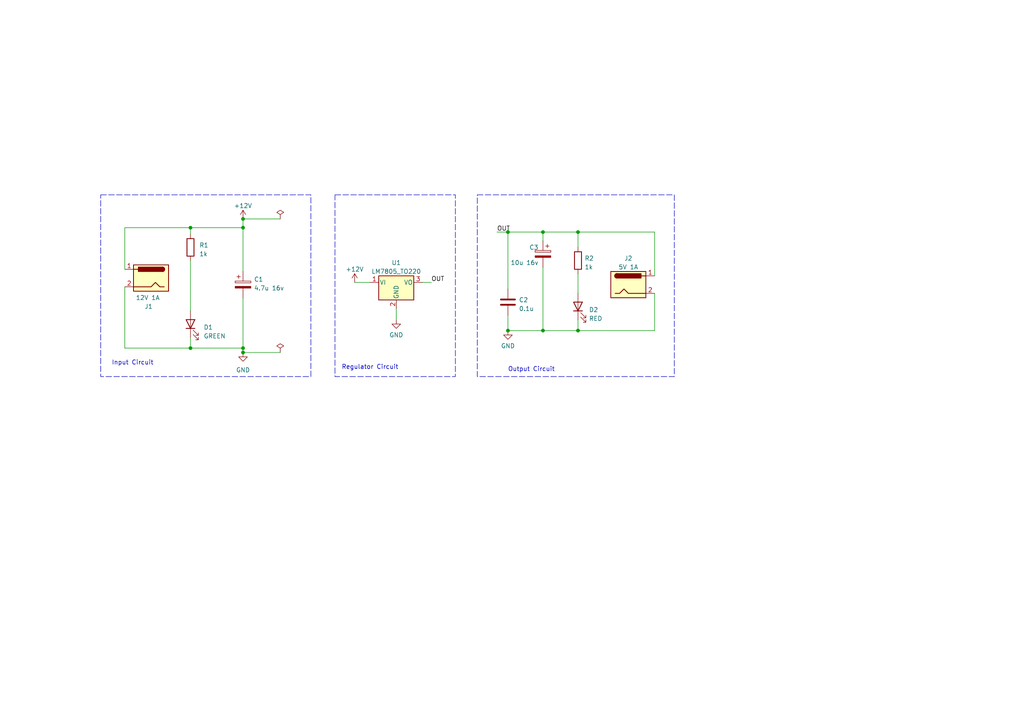
<source format=kicad_sch>
(kicad_sch (version 20230121) (generator eeschema)

  (uuid c6c0cf81-442c-4b43-af2b-dd7c9d5855ee)

  (paper "A4")

  (lib_symbols
    (symbol "Connector:Jack-DC" (pin_names (offset 1.016)) (in_bom yes) (on_board yes)
      (property "Reference" "J" (at 0 5.334 0)
        (effects (font (size 1.27 1.27)))
      )
      (property "Value" "Jack-DC" (at 0 -5.08 0)
        (effects (font (size 1.27 1.27)))
      )
      (property "Footprint" "" (at 1.27 -1.016 0)
        (effects (font (size 1.27 1.27)) hide)
      )
      (property "Datasheet" "~" (at 1.27 -1.016 0)
        (effects (font (size 1.27 1.27)) hide)
      )
      (property "ki_keywords" "DC power barrel jack connector" (at 0 0 0)
        (effects (font (size 1.27 1.27)) hide)
      )
      (property "ki_description" "DC Barrel Jack" (at 0 0 0)
        (effects (font (size 1.27 1.27)) hide)
      )
      (property "ki_fp_filters" "BarrelJack*" (at 0 0 0)
        (effects (font (size 1.27 1.27)) hide)
      )
      (symbol "Jack-DC_0_1"
        (rectangle (start -5.08 3.81) (end 5.08 -3.81)
          (stroke (width 0.254) (type default))
          (fill (type background))
        )
        (arc (start -3.302 3.175) (mid -3.9343 2.54) (end -3.302 1.905)
          (stroke (width 0.254) (type default))
          (fill (type none))
        )
        (arc (start -3.302 3.175) (mid -3.9343 2.54) (end -3.302 1.905)
          (stroke (width 0.254) (type default))
          (fill (type outline))
        )
        (polyline
          (pts
            (xy 5.08 2.54)
            (xy 3.81 2.54)
          )
          (stroke (width 0.254) (type default))
          (fill (type none))
        )
        (polyline
          (pts
            (xy -3.81 -2.54)
            (xy -2.54 -2.54)
            (xy -1.27 -1.27)
            (xy 0 -2.54)
            (xy 2.54 -2.54)
            (xy 5.08 -2.54)
          )
          (stroke (width 0.254) (type default))
          (fill (type none))
        )
        (rectangle (start 3.683 3.175) (end -3.302 1.905)
          (stroke (width 0.254) (type default))
          (fill (type outline))
        )
      )
      (symbol "Jack-DC_1_1"
        (pin passive line (at 7.62 2.54 180) (length 2.54)
          (name "~" (effects (font (size 1.27 1.27))))
          (number "1" (effects (font (size 1.27 1.27))))
        )
        (pin passive line (at 7.62 -2.54 180) (length 2.54)
          (name "~" (effects (font (size 1.27 1.27))))
          (number "2" (effects (font (size 1.27 1.27))))
        )
      )
    )
    (symbol "Device:C" (pin_numbers hide) (pin_names (offset 0.254)) (in_bom yes) (on_board yes)
      (property "Reference" "C" (at 0.635 2.54 0)
        (effects (font (size 1.27 1.27)) (justify left))
      )
      (property "Value" "C" (at 0.635 -2.54 0)
        (effects (font (size 1.27 1.27)) (justify left))
      )
      (property "Footprint" "" (at 0.9652 -3.81 0)
        (effects (font (size 1.27 1.27)) hide)
      )
      (property "Datasheet" "~" (at 0 0 0)
        (effects (font (size 1.27 1.27)) hide)
      )
      (property "ki_keywords" "cap capacitor" (at 0 0 0)
        (effects (font (size 1.27 1.27)) hide)
      )
      (property "ki_description" "Unpolarized capacitor" (at 0 0 0)
        (effects (font (size 1.27 1.27)) hide)
      )
      (property "ki_fp_filters" "C_*" (at 0 0 0)
        (effects (font (size 1.27 1.27)) hide)
      )
      (symbol "C_0_1"
        (polyline
          (pts
            (xy -2.032 -0.762)
            (xy 2.032 -0.762)
          )
          (stroke (width 0.508) (type default))
          (fill (type none))
        )
        (polyline
          (pts
            (xy -2.032 0.762)
            (xy 2.032 0.762)
          )
          (stroke (width 0.508) (type default))
          (fill (type none))
        )
      )
      (symbol "C_1_1"
        (pin passive line (at 0 3.81 270) (length 2.794)
          (name "~" (effects (font (size 1.27 1.27))))
          (number "1" (effects (font (size 1.27 1.27))))
        )
        (pin passive line (at 0 -3.81 90) (length 2.794)
          (name "~" (effects (font (size 1.27 1.27))))
          (number "2" (effects (font (size 1.27 1.27))))
        )
      )
    )
    (symbol "Device:C_Polarized" (pin_numbers hide) (pin_names (offset 0.254)) (in_bom yes) (on_board yes)
      (property "Reference" "C" (at 0.635 2.54 0)
        (effects (font (size 1.27 1.27)) (justify left))
      )
      (property "Value" "C_Polarized" (at 0.635 -2.54 0)
        (effects (font (size 1.27 1.27)) (justify left))
      )
      (property "Footprint" "" (at 0.9652 -3.81 0)
        (effects (font (size 1.27 1.27)) hide)
      )
      (property "Datasheet" "~" (at 0 0 0)
        (effects (font (size 1.27 1.27)) hide)
      )
      (property "ki_keywords" "cap capacitor" (at 0 0 0)
        (effects (font (size 1.27 1.27)) hide)
      )
      (property "ki_description" "Polarized capacitor" (at 0 0 0)
        (effects (font (size 1.27 1.27)) hide)
      )
      (property "ki_fp_filters" "CP_*" (at 0 0 0)
        (effects (font (size 1.27 1.27)) hide)
      )
      (symbol "C_Polarized_0_1"
        (rectangle (start -2.286 0.508) (end 2.286 1.016)
          (stroke (width 0) (type default))
          (fill (type none))
        )
        (polyline
          (pts
            (xy -1.778 2.286)
            (xy -0.762 2.286)
          )
          (stroke (width 0) (type default))
          (fill (type none))
        )
        (polyline
          (pts
            (xy -1.27 2.794)
            (xy -1.27 1.778)
          )
          (stroke (width 0) (type default))
          (fill (type none))
        )
        (rectangle (start 2.286 -0.508) (end -2.286 -1.016)
          (stroke (width 0) (type default))
          (fill (type outline))
        )
      )
      (symbol "C_Polarized_1_1"
        (pin passive line (at 0 3.81 270) (length 2.794)
          (name "~" (effects (font (size 1.27 1.27))))
          (number "1" (effects (font (size 1.27 1.27))))
        )
        (pin passive line (at 0 -3.81 90) (length 2.794)
          (name "~" (effects (font (size 1.27 1.27))))
          (number "2" (effects (font (size 1.27 1.27))))
        )
      )
    )
    (symbol "Device:LED" (pin_numbers hide) (pin_names (offset 1.016) hide) (in_bom yes) (on_board yes)
      (property "Reference" "D" (at 0 2.54 0)
        (effects (font (size 1.27 1.27)))
      )
      (property "Value" "LED" (at 0 -2.54 0)
        (effects (font (size 1.27 1.27)))
      )
      (property "Footprint" "" (at 0 0 0)
        (effects (font (size 1.27 1.27)) hide)
      )
      (property "Datasheet" "~" (at 0 0 0)
        (effects (font (size 1.27 1.27)) hide)
      )
      (property "ki_keywords" "LED diode" (at 0 0 0)
        (effects (font (size 1.27 1.27)) hide)
      )
      (property "ki_description" "Light emitting diode" (at 0 0 0)
        (effects (font (size 1.27 1.27)) hide)
      )
      (property "ki_fp_filters" "LED* LED_SMD:* LED_THT:*" (at 0 0 0)
        (effects (font (size 1.27 1.27)) hide)
      )
      (symbol "LED_0_1"
        (polyline
          (pts
            (xy -1.27 -1.27)
            (xy -1.27 1.27)
          )
          (stroke (width 0.254) (type default))
          (fill (type none))
        )
        (polyline
          (pts
            (xy -1.27 0)
            (xy 1.27 0)
          )
          (stroke (width 0) (type default))
          (fill (type none))
        )
        (polyline
          (pts
            (xy 1.27 -1.27)
            (xy 1.27 1.27)
            (xy -1.27 0)
            (xy 1.27 -1.27)
          )
          (stroke (width 0.254) (type default))
          (fill (type none))
        )
        (polyline
          (pts
            (xy -3.048 -0.762)
            (xy -4.572 -2.286)
            (xy -3.81 -2.286)
            (xy -4.572 -2.286)
            (xy -4.572 -1.524)
          )
          (stroke (width 0) (type default))
          (fill (type none))
        )
        (polyline
          (pts
            (xy -1.778 -0.762)
            (xy -3.302 -2.286)
            (xy -2.54 -2.286)
            (xy -3.302 -2.286)
            (xy -3.302 -1.524)
          )
          (stroke (width 0) (type default))
          (fill (type none))
        )
      )
      (symbol "LED_1_1"
        (pin passive line (at -3.81 0 0) (length 2.54)
          (name "K" (effects (font (size 1.27 1.27))))
          (number "1" (effects (font (size 1.27 1.27))))
        )
        (pin passive line (at 3.81 0 180) (length 2.54)
          (name "A" (effects (font (size 1.27 1.27))))
          (number "2" (effects (font (size 1.27 1.27))))
        )
      )
    )
    (symbol "Device:R" (pin_numbers hide) (pin_names (offset 0)) (in_bom yes) (on_board yes)
      (property "Reference" "R" (at 2.032 0 90)
        (effects (font (size 1.27 1.27)))
      )
      (property "Value" "R" (at 0 0 90)
        (effects (font (size 1.27 1.27)))
      )
      (property "Footprint" "" (at -1.778 0 90)
        (effects (font (size 1.27 1.27)) hide)
      )
      (property "Datasheet" "~" (at 0 0 0)
        (effects (font (size 1.27 1.27)) hide)
      )
      (property "ki_keywords" "R res resistor" (at 0 0 0)
        (effects (font (size 1.27 1.27)) hide)
      )
      (property "ki_description" "Resistor" (at 0 0 0)
        (effects (font (size 1.27 1.27)) hide)
      )
      (property "ki_fp_filters" "R_*" (at 0 0 0)
        (effects (font (size 1.27 1.27)) hide)
      )
      (symbol "R_0_1"
        (rectangle (start -1.016 -2.54) (end 1.016 2.54)
          (stroke (width 0.254) (type default))
          (fill (type none))
        )
      )
      (symbol "R_1_1"
        (pin passive line (at 0 3.81 270) (length 1.27)
          (name "~" (effects (font (size 1.27 1.27))))
          (number "1" (effects (font (size 1.27 1.27))))
        )
        (pin passive line (at 0 -3.81 90) (length 1.27)
          (name "~" (effects (font (size 1.27 1.27))))
          (number "2" (effects (font (size 1.27 1.27))))
        )
      )
    )
    (symbol "Regulator_Linear:LM7805_TO220" (pin_names (offset 0.254)) (in_bom yes) (on_board yes)
      (property "Reference" "U" (at -3.81 3.175 0)
        (effects (font (size 1.27 1.27)))
      )
      (property "Value" "LM7805_TO220" (at 0 3.175 0)
        (effects (font (size 1.27 1.27)) (justify left))
      )
      (property "Footprint" "Package_TO_SOT_THT:TO-220-3_Vertical" (at 0 5.715 0)
        (effects (font (size 1.27 1.27) italic) hide)
      )
      (property "Datasheet" "https://www.onsemi.cn/PowerSolutions/document/MC7800-D.PDF" (at 0 -1.27 0)
        (effects (font (size 1.27 1.27)) hide)
      )
      (property "ki_keywords" "Voltage Regulator 1A Positive" (at 0 0 0)
        (effects (font (size 1.27 1.27)) hide)
      )
      (property "ki_description" "Positive 1A 35V Linear Regulator, Fixed Output 5V, TO-220" (at 0 0 0)
        (effects (font (size 1.27 1.27)) hide)
      )
      (property "ki_fp_filters" "TO?220*" (at 0 0 0)
        (effects (font (size 1.27 1.27)) hide)
      )
      (symbol "LM7805_TO220_0_1"
        (rectangle (start -5.08 1.905) (end 5.08 -5.08)
          (stroke (width 0.254) (type default))
          (fill (type background))
        )
      )
      (symbol "LM7805_TO220_1_1"
        (pin power_in line (at -7.62 0 0) (length 2.54)
          (name "VI" (effects (font (size 1.27 1.27))))
          (number "1" (effects (font (size 1.27 1.27))))
        )
        (pin power_in line (at 0 -7.62 90) (length 2.54)
          (name "GND" (effects (font (size 1.27 1.27))))
          (number "2" (effects (font (size 1.27 1.27))))
        )
        (pin power_out line (at 7.62 0 180) (length 2.54)
          (name "VO" (effects (font (size 1.27 1.27))))
          (number "3" (effects (font (size 1.27 1.27))))
        )
      )
    )
    (symbol "power:+12V" (power) (pin_names (offset 0)) (in_bom yes) (on_board yes)
      (property "Reference" "#PWR" (at 0 -3.81 0)
        (effects (font (size 1.27 1.27)) hide)
      )
      (property "Value" "+12V" (at 0 3.556 0)
        (effects (font (size 1.27 1.27)))
      )
      (property "Footprint" "" (at 0 0 0)
        (effects (font (size 1.27 1.27)) hide)
      )
      (property "Datasheet" "" (at 0 0 0)
        (effects (font (size 1.27 1.27)) hide)
      )
      (property "ki_keywords" "global power" (at 0 0 0)
        (effects (font (size 1.27 1.27)) hide)
      )
      (property "ki_description" "Power symbol creates a global label with name \"+12V\"" (at 0 0 0)
        (effects (font (size 1.27 1.27)) hide)
      )
      (symbol "+12V_0_1"
        (polyline
          (pts
            (xy -0.762 1.27)
            (xy 0 2.54)
          )
          (stroke (width 0) (type default))
          (fill (type none))
        )
        (polyline
          (pts
            (xy 0 0)
            (xy 0 2.54)
          )
          (stroke (width 0) (type default))
          (fill (type none))
        )
        (polyline
          (pts
            (xy 0 2.54)
            (xy 0.762 1.27)
          )
          (stroke (width 0) (type default))
          (fill (type none))
        )
      )
      (symbol "+12V_1_1"
        (pin power_in line (at 0 0 90) (length 0) hide
          (name "+12V" (effects (font (size 1.27 1.27))))
          (number "1" (effects (font (size 1.27 1.27))))
        )
      )
    )
    (symbol "power:GND" (power) (pin_names (offset 0)) (in_bom yes) (on_board yes)
      (property "Reference" "#PWR" (at 0 -6.35 0)
        (effects (font (size 1.27 1.27)) hide)
      )
      (property "Value" "GND" (at 0 -3.81 0)
        (effects (font (size 1.27 1.27)))
      )
      (property "Footprint" "" (at 0 0 0)
        (effects (font (size 1.27 1.27)) hide)
      )
      (property "Datasheet" "" (at 0 0 0)
        (effects (font (size 1.27 1.27)) hide)
      )
      (property "ki_keywords" "global power" (at 0 0 0)
        (effects (font (size 1.27 1.27)) hide)
      )
      (property "ki_description" "Power symbol creates a global label with name \"GND\" , ground" (at 0 0 0)
        (effects (font (size 1.27 1.27)) hide)
      )
      (symbol "GND_0_1"
        (polyline
          (pts
            (xy 0 0)
            (xy 0 -1.27)
            (xy 1.27 -1.27)
            (xy 0 -2.54)
            (xy -1.27 -1.27)
            (xy 0 -1.27)
          )
          (stroke (width 0) (type default))
          (fill (type none))
        )
      )
      (symbol "GND_1_1"
        (pin power_in line (at 0 0 270) (length 0) hide
          (name "GND" (effects (font (size 1.27 1.27))))
          (number "1" (effects (font (size 1.27 1.27))))
        )
      )
    )
    (symbol "power:PWR_FLAG" (power) (pin_numbers hide) (pin_names (offset 0) hide) (in_bom yes) (on_board yes)
      (property "Reference" "#FLG" (at 0 1.905 0)
        (effects (font (size 1.27 1.27)) hide)
      )
      (property "Value" "PWR_FLAG" (at 0 3.81 0)
        (effects (font (size 1.27 1.27)))
      )
      (property "Footprint" "" (at 0 0 0)
        (effects (font (size 1.27 1.27)) hide)
      )
      (property "Datasheet" "~" (at 0 0 0)
        (effects (font (size 1.27 1.27)) hide)
      )
      (property "ki_keywords" "flag power" (at 0 0 0)
        (effects (font (size 1.27 1.27)) hide)
      )
      (property "ki_description" "Special symbol for telling ERC where power comes from" (at 0 0 0)
        (effects (font (size 1.27 1.27)) hide)
      )
      (symbol "PWR_FLAG_0_0"
        (pin power_out line (at 0 0 90) (length 0)
          (name "pwr" (effects (font (size 1.27 1.27))))
          (number "1" (effects (font (size 1.27 1.27))))
        )
      )
      (symbol "PWR_FLAG_0_1"
        (polyline
          (pts
            (xy 0 0)
            (xy 0 1.27)
            (xy -1.016 1.905)
            (xy 0 2.54)
            (xy 1.016 1.905)
            (xy 0 1.27)
          )
          (stroke (width 0) (type default))
          (fill (type none))
        )
      )
    )
  )

  (junction (at 167.64 67.31) (diameter 0) (color 0 0 0 0)
    (uuid 0dbedb7f-16e8-499e-a3ea-49e1546056a5)
  )
  (junction (at 70.485 63.5) (diameter 0) (color 0 0 0 0)
    (uuid 2592697e-b2be-4c66-8501-6eb3f4bdc72e)
  )
  (junction (at 147.32 95.885) (diameter 0) (color 0 0 0 0)
    (uuid 2d30dea3-e96a-473e-abe8-30f46d3429fa)
  )
  (junction (at 55.245 100.965) (diameter 0) (color 0 0 0 0)
    (uuid 32a802da-0a51-417c-80be-320809934720)
  )
  (junction (at 70.485 100.965) (diameter 0) (color 0 0 0 0)
    (uuid 595e08c5-6731-419d-b426-4bcb33d042ae)
  )
  (junction (at 70.485 102.235) (diameter 0) (color 0 0 0 0)
    (uuid 67a32f2d-7686-40be-bf69-adbc9e970eb6)
  )
  (junction (at 147.32 67.31) (diameter 0) (color 0 0 0 0)
    (uuid 6f499c0e-88d3-44bc-8d4e-02588da8f8fb)
  )
  (junction (at 157.48 67.31) (diameter 0) (color 0 0 0 0)
    (uuid 77621677-221d-43b6-af49-15aa68c0a2fb)
  )
  (junction (at 167.64 95.885) (diameter 0) (color 0 0 0 0)
    (uuid ab8bb1c0-bd45-4e7c-8593-96cfd3003198)
  )
  (junction (at 70.485 66.04) (diameter 0) (color 0 0 0 0)
    (uuid d627e86f-a092-42a4-97eb-37b4cc6b3ddc)
  )
  (junction (at 157.48 95.885) (diameter 0) (color 0 0 0 0)
    (uuid f8f2deba-c07d-40e5-9fa3-dca317f60297)
  )
  (junction (at 55.245 66.04) (diameter 0) (color 0 0 0 0)
    (uuid fb928074-9d15-4da2-9e84-77071c89dd0f)
  )

  (wire (pts (xy 122.555 81.915) (xy 125.095 81.915))
    (stroke (width 0) (type default))
    (uuid 09a337b7-84b0-4e1e-b53b-85e560d8be7a)
  )
  (wire (pts (xy 157.48 67.31) (xy 167.64 67.31))
    (stroke (width 0) (type default))
    (uuid 1d123277-f7cb-4da1-b81b-f0822f8922bf)
  )
  (wire (pts (xy 189.865 85.09) (xy 189.865 95.885))
    (stroke (width 0) (type default))
    (uuid 20dfd282-6330-448d-b60c-12182418b8dc)
  )
  (wire (pts (xy 114.935 92.71) (xy 114.935 89.535))
    (stroke (width 0) (type default))
    (uuid 2b91f56c-fee1-4ca6-81fc-39caf4b09529)
  )
  (wire (pts (xy 36.195 100.965) (xy 55.245 100.965))
    (stroke (width 0) (type default))
    (uuid 309c2d6a-c946-418c-8f8a-ec198ef95698)
  )
  (wire (pts (xy 189.865 80.01) (xy 189.865 67.31))
    (stroke (width 0) (type default))
    (uuid 32962699-e0e5-4b29-8bfb-4bd7f9ef1465)
  )
  (wire (pts (xy 144.145 67.31) (xy 147.32 67.31))
    (stroke (width 0) (type default))
    (uuid 346be4ab-0fbc-4cfe-9007-d4dc32c3a97b)
  )
  (wire (pts (xy 36.195 78.105) (xy 36.195 66.04))
    (stroke (width 0) (type default))
    (uuid 3dc38af2-9b50-40cc-9fe3-42037345946d)
  )
  (wire (pts (xy 167.64 79.375) (xy 167.64 85.09))
    (stroke (width 0) (type default))
    (uuid 419297db-d652-4ef1-a0f3-c7f4f73d549c)
  )
  (wire (pts (xy 70.485 102.235) (xy 70.485 100.965))
    (stroke (width 0) (type default))
    (uuid 550fec4b-a031-4ccf-84c1-1190c5c55bca)
  )
  (wire (pts (xy 55.245 97.79) (xy 55.245 100.965))
    (stroke (width 0) (type default))
    (uuid 596d913a-71b0-4ff7-8163-8e73a4bb916b)
  )
  (wire (pts (xy 157.48 67.31) (xy 157.48 69.85))
    (stroke (width 0) (type default))
    (uuid 6128e592-3baa-4567-b7a7-eb354ef00355)
  )
  (wire (pts (xy 55.245 67.945) (xy 55.245 66.04))
    (stroke (width 0) (type default))
    (uuid 69abe1e6-eb23-4ac5-8da3-53e0fe2e1249)
  )
  (wire (pts (xy 102.87 81.915) (xy 107.315 81.915))
    (stroke (width 0) (type default))
    (uuid 7016fdac-0071-43cb-84bb-4067472a316d)
  )
  (wire (pts (xy 55.245 100.965) (xy 70.485 100.965))
    (stroke (width 0) (type default))
    (uuid 7d945341-602a-4d88-a967-1049cff60b09)
  )
  (wire (pts (xy 147.32 95.885) (xy 157.48 95.885))
    (stroke (width 0) (type default))
    (uuid 82fa21f8-5d28-48b1-b807-df4c683d1fe4)
  )
  (wire (pts (xy 147.32 83.82) (xy 147.32 67.31))
    (stroke (width 0) (type default))
    (uuid 877cc842-6eb7-4a59-b239-05ae1d32d831)
  )
  (wire (pts (xy 70.485 63.5) (xy 70.485 66.04))
    (stroke (width 0) (type default))
    (uuid 92838f0d-0182-45e0-b894-0ee079a34632)
  )
  (wire (pts (xy 70.485 100.965) (xy 70.485 86.36))
    (stroke (width 0) (type default))
    (uuid 93e91b2c-aabf-4cbe-b413-e486e4041f79)
  )
  (wire (pts (xy 36.195 83.185) (xy 36.195 100.965))
    (stroke (width 0) (type default))
    (uuid b41ff320-fe99-4845-bfef-5ddf91a3d1fd)
  )
  (wire (pts (xy 189.865 95.885) (xy 167.64 95.885))
    (stroke (width 0) (type default))
    (uuid bf369298-39d8-4b29-90f5-ad7a655d9e4a)
  )
  (wire (pts (xy 36.195 66.04) (xy 55.245 66.04))
    (stroke (width 0) (type default))
    (uuid c1fcd4cf-5fe2-4ff0-8328-34d02c301c6b)
  )
  (wire (pts (xy 167.64 71.755) (xy 167.64 67.31))
    (stroke (width 0) (type default))
    (uuid c8b6415b-8dee-407d-a67e-13a741ff86e1)
  )
  (wire (pts (xy 147.32 67.31) (xy 157.48 67.31))
    (stroke (width 0) (type default))
    (uuid cadbfb55-a173-4b9e-9ab0-227a6c6242f3)
  )
  (wire (pts (xy 70.485 66.04) (xy 55.245 66.04))
    (stroke (width 0) (type default))
    (uuid d561a512-c798-411f-8310-3dc761cf943f)
  )
  (wire (pts (xy 70.485 102.235) (xy 81.28 102.235))
    (stroke (width 0) (type default))
    (uuid d85591ea-f54f-404a-9320-b767d94956fb)
  )
  (wire (pts (xy 55.245 75.565) (xy 55.245 90.17))
    (stroke (width 0) (type default))
    (uuid d91119d1-ac76-40e1-a94b-45240638abb3)
  )
  (wire (pts (xy 81.28 63.5) (xy 70.485 63.5))
    (stroke (width 0) (type default))
    (uuid ea3399ed-6c6b-43c2-b6ed-8eb690ac74da)
  )
  (wire (pts (xy 157.48 95.885) (xy 167.64 95.885))
    (stroke (width 0) (type default))
    (uuid ee990bd5-d13d-4642-ae40-f1451533060d)
  )
  (wire (pts (xy 157.48 77.47) (xy 157.48 95.885))
    (stroke (width 0) (type default))
    (uuid ef08adb2-ed2f-4d79-ae6a-34939498213a)
  )
  (wire (pts (xy 147.32 91.44) (xy 147.32 95.885))
    (stroke (width 0) (type default))
    (uuid f024cb1a-5676-4031-88a9-5dff6c356379)
  )
  (wire (pts (xy 189.865 67.31) (xy 167.64 67.31))
    (stroke (width 0) (type default))
    (uuid f66908f9-bb8b-4d84-b82b-9dd976b7d2fe)
  )
  (wire (pts (xy 167.64 92.71) (xy 167.64 95.885))
    (stroke (width 0) (type default))
    (uuid fb8d2aec-c0b5-49df-b598-a71297db3e59)
  )
  (wire (pts (xy 70.485 78.74) (xy 70.485 66.04))
    (stroke (width 0) (type default))
    (uuid fd8fa080-84a8-4438-a1af-e3914eccade8)
  )

  (rectangle (start 138.43 56.515) (end 195.58 109.22)
    (stroke (width 0) (type dash))
    (fill (type none))
    (uuid 600ea81d-e8c7-49d5-b589-cbaef78f3576)
  )
  (rectangle (start 97.155 56.515) (end 132.08 109.22)
    (stroke (width 0) (type dash))
    (fill (type none))
    (uuid 65e57d89-6964-4e62-bb57-537c1435b733)
  )
  (rectangle (start 29.21 56.515) (end 90.17 109.22)
    (stroke (width 0) (type dash))
    (fill (type none))
    (uuid dac7ae31-3a03-4714-91c5-0fe6aabd74bd)
  )

  (text "Output Circuit" (at 147.32 107.95 0)
    (effects (font (size 1.27 1.27)) (justify left bottom))
    (uuid 13bbf9ce-c274-4388-974e-03cbca59fd63)
  )
  (text "Regulator Circuit" (at 99.06 107.315 0)
    (effects (font (size 1.27 1.27)) (justify left bottom))
    (uuid 206bb846-eba2-4d70-b595-5ae7d88af74b)
  )
  (text "Input Circuit" (at 32.385 106.045 0)
    (effects (font (size 1.27 1.27)) (justify left bottom))
    (uuid 8c642bf0-4281-45bb-b828-4fa6bb452825)
  )

  (label "OUT" (at 144.145 67.31 0) (fields_autoplaced)
    (effects (font (size 1.27 1.27)) (justify left bottom))
    (uuid 897a010f-2497-42a9-b00a-112abb08de0f)
  )
  (label "OUT" (at 125.095 81.915 0) (fields_autoplaced)
    (effects (font (size 1.27 1.27)) (justify left bottom))
    (uuid d0f0d93f-7780-4edc-b4ef-5622d1c85732)
  )

  (symbol (lib_id "Device:LED") (at 167.64 88.9 90) (unit 1)
    (in_bom yes) (on_board yes) (dnp no) (fields_autoplaced)
    (uuid 03625348-0ddd-4d3f-882f-286df7cea35d)
    (property "Reference" "D2" (at 170.815 89.8525 90)
      (effects (font (size 1.27 1.27)) (justify right))
    )
    (property "Value" "RED" (at 170.815 92.3925 90)
      (effects (font (size 1.27 1.27)) (justify right))
    )
    (property "Footprint" "LED_THT:LED_D3.0mm" (at 167.64 88.9 0)
      (effects (font (size 1.27 1.27)) hide)
    )
    (property "Datasheet" "~" (at 167.64 88.9 0)
      (effects (font (size 1.27 1.27)) hide)
    )
    (pin "1" (uuid 71a561de-3dfe-48aa-9517-6c51a3ab6a4f))
    (pin "2" (uuid 206c7b42-26ce-4eec-b601-d5c6b778117d))
    (instances
      (project "5v Voltage Regulator"
        (path "/c6c0cf81-442c-4b43-af2b-dd7c9d5855ee"
          (reference "D2") (unit 1)
        )
      )
    )
  )

  (symbol (lib_id "power:PWR_FLAG") (at 81.28 63.5 0) (unit 1)
    (in_bom yes) (on_board yes) (dnp no) (fields_autoplaced)
    (uuid 09bd06e8-21a4-4a54-a96c-97da06a6d15a)
    (property "Reference" "#FLG01" (at 81.28 61.595 0)
      (effects (font (size 1.27 1.27)) hide)
    )
    (property "Value" "PWR_FLAG" (at 81.28 59.69 0)
      (effects (font (size 1.27 1.27)) hide)
    )
    (property "Footprint" "" (at 81.28 63.5 0)
      (effects (font (size 1.27 1.27)) hide)
    )
    (property "Datasheet" "~" (at 81.28 63.5 0)
      (effects (font (size 1.27 1.27)) hide)
    )
    (pin "1" (uuid 7cb21a8b-6678-42f2-be13-ba5c60da8202))
    (instances
      (project "5v Voltage Regulator"
        (path "/c6c0cf81-442c-4b43-af2b-dd7c9d5855ee"
          (reference "#FLG01") (unit 1)
        )
      )
    )
  )

  (symbol (lib_id "power:GND") (at 70.485 102.235 0) (unit 1)
    (in_bom yes) (on_board yes) (dnp no) (fields_autoplaced)
    (uuid 12504e9e-c264-46b6-ad65-50ed820a1b21)
    (property "Reference" "#PWR02" (at 70.485 108.585 0)
      (effects (font (size 1.27 1.27)) hide)
    )
    (property "Value" "GND" (at 70.485 107.315 0)
      (effects (font (size 1.27 1.27)))
    )
    (property "Footprint" "" (at 70.485 102.235 0)
      (effects (font (size 1.27 1.27)) hide)
    )
    (property "Datasheet" "" (at 70.485 102.235 0)
      (effects (font (size 1.27 1.27)) hide)
    )
    (pin "1" (uuid 7cb6a1de-6d0d-4fd9-8baf-fb48f6134fdc))
    (instances
      (project "5v Voltage Regulator"
        (path "/c6c0cf81-442c-4b43-af2b-dd7c9d5855ee"
          (reference "#PWR02") (unit 1)
        )
      )
    )
  )

  (symbol (lib_id "power:PWR_FLAG") (at 81.28 102.235 0) (unit 1)
    (in_bom yes) (on_board yes) (dnp no) (fields_autoplaced)
    (uuid 145a930d-be60-4a7f-a641-7999ca6f8dd1)
    (property "Reference" "#FLG02" (at 81.28 100.33 0)
      (effects (font (size 1.27 1.27)) hide)
    )
    (property "Value" "PWR_FLAG" (at 81.28 98.425 0)
      (effects (font (size 1.27 1.27)) hide)
    )
    (property "Footprint" "" (at 81.28 102.235 0)
      (effects (font (size 1.27 1.27)) hide)
    )
    (property "Datasheet" "~" (at 81.28 102.235 0)
      (effects (font (size 1.27 1.27)) hide)
    )
    (pin "1" (uuid 581c87e8-5386-42c5-83c7-c8d14a0f0cc4))
    (instances
      (project "5v Voltage Regulator"
        (path "/c6c0cf81-442c-4b43-af2b-dd7c9d5855ee"
          (reference "#FLG02") (unit 1)
        )
      )
    )
  )

  (symbol (lib_id "Device:C_Polarized") (at 157.48 73.66 0) (mirror y) (unit 1)
    (in_bom yes) (on_board yes) (dnp no)
    (uuid 30fa83e3-db68-4799-ab3e-1d02784dc89f)
    (property "Reference" "C3" (at 156.21 71.755 0)
      (effects (font (size 1.27 1.27)) (justify left))
    )
    (property "Value" "10u 16v" (at 156.21 76.2 0)
      (effects (font (size 1.27 1.27)) (justify left))
    )
    (property "Footprint" "Capacitor_THT:CP_Axial_L10.0mm_D4.5mm_P15.00mm_Horizontal" (at 156.5148 77.47 0)
      (effects (font (size 1.27 1.27)) hide)
    )
    (property "Datasheet" "~" (at 157.48 73.66 0)
      (effects (font (size 1.27 1.27)) hide)
    )
    (pin "1" (uuid 92f20f3d-089e-4fdc-8a5d-293f84ab8ec7))
    (pin "2" (uuid 5cc2398c-42a5-4ef7-99cb-c1041baafb75))
    (instances
      (project "5v Voltage Regulator"
        (path "/c6c0cf81-442c-4b43-af2b-dd7c9d5855ee"
          (reference "C3") (unit 1)
        )
      )
    )
  )

  (symbol (lib_id "power:+12V") (at 102.87 81.915 0) (unit 1)
    (in_bom yes) (on_board yes) (dnp no) (fields_autoplaced)
    (uuid 52a8529d-5976-4e1c-b67e-2cf8c4e8760d)
    (property "Reference" "#PWR03" (at 102.87 85.725 0)
      (effects (font (size 1.27 1.27)) hide)
    )
    (property "Value" "+12V" (at 102.87 78.105 0)
      (effects (font (size 1.27 1.27)))
    )
    (property "Footprint" "" (at 102.87 81.915 0)
      (effects (font (size 1.27 1.27)) hide)
    )
    (property "Datasheet" "" (at 102.87 81.915 0)
      (effects (font (size 1.27 1.27)) hide)
    )
    (pin "1" (uuid 6d8cc087-1b6f-4e82-8651-162baeb2d333))
    (instances
      (project "5v Voltage Regulator"
        (path "/c6c0cf81-442c-4b43-af2b-dd7c9d5855ee"
          (reference "#PWR03") (unit 1)
        )
      )
    )
  )

  (symbol (lib_id "power:GND") (at 114.935 92.71 0) (unit 1)
    (in_bom yes) (on_board yes) (dnp no) (fields_autoplaced)
    (uuid 5cfa9149-aee3-4842-bab3-0834f9dc1b35)
    (property "Reference" "#PWR04" (at 114.935 99.06 0)
      (effects (font (size 1.27 1.27)) hide)
    )
    (property "Value" "GND" (at 114.935 97.155 0)
      (effects (font (size 1.27 1.27)))
    )
    (property "Footprint" "" (at 114.935 92.71 0)
      (effects (font (size 1.27 1.27)) hide)
    )
    (property "Datasheet" "" (at 114.935 92.71 0)
      (effects (font (size 1.27 1.27)) hide)
    )
    (pin "1" (uuid 93b123c5-3c56-492b-af34-0d7af4e33f35))
    (instances
      (project "5v Voltage Regulator"
        (path "/c6c0cf81-442c-4b43-af2b-dd7c9d5855ee"
          (reference "#PWR04") (unit 1)
        )
      )
    )
  )

  (symbol (lib_id "Connector:Jack-DC") (at 182.245 82.55 0) (unit 1)
    (in_bom yes) (on_board yes) (dnp no) (fields_autoplaced)
    (uuid 64a86371-efcc-4a0b-b1e9-9018f184fd81)
    (property "Reference" "J2" (at 182.245 74.93 0)
      (effects (font (size 1.27 1.27)))
    )
    (property "Value" "5V 1A" (at 182.245 77.47 0)
      (effects (font (size 1.27 1.27)))
    )
    (property "Footprint" "Connector_BarrelJack:BarrelJack_CUI_PJ-063AH_Horizontal" (at 183.515 83.566 0)
      (effects (font (size 1.27 1.27)) hide)
    )
    (property "Datasheet" "~" (at 183.515 83.566 0)
      (effects (font (size 1.27 1.27)) hide)
    )
    (pin "1" (uuid c6f45110-6b1c-40e2-8c74-246ddad66131))
    (pin "2" (uuid 5aca4b8d-2624-4a2f-9387-b69356732c5f))
    (instances
      (project "5v Voltage Regulator"
        (path "/c6c0cf81-442c-4b43-af2b-dd7c9d5855ee"
          (reference "J2") (unit 1)
        )
      )
    )
  )

  (symbol (lib_id "Device:R") (at 55.245 71.755 0) (unit 1)
    (in_bom yes) (on_board yes) (dnp no) (fields_autoplaced)
    (uuid 6a00228a-5e78-4bf8-9e26-af1b9a952649)
    (property "Reference" "R1" (at 57.785 71.12 0)
      (effects (font (size 1.27 1.27)) (justify left))
    )
    (property "Value" "1k" (at 57.785 73.66 0)
      (effects (font (size 1.27 1.27)) (justify left))
    )
    (property "Footprint" "Resistor_THT:R_Axial_DIN0204_L3.6mm_D1.6mm_P5.08mm_Horizontal" (at 53.467 71.755 90)
      (effects (font (size 1.27 1.27)) hide)
    )
    (property "Datasheet" "~" (at 55.245 71.755 0)
      (effects (font (size 1.27 1.27)) hide)
    )
    (pin "1" (uuid cec2fe6b-1646-443a-b698-60d46e904a0f))
    (pin "2" (uuid 0ed417c6-db9c-48e3-99be-87dca2d21784))
    (instances
      (project "5v Voltage Regulator"
        (path "/c6c0cf81-442c-4b43-af2b-dd7c9d5855ee"
          (reference "R1") (unit 1)
        )
      )
    )
  )

  (symbol (lib_id "Device:C") (at 147.32 87.63 0) (unit 1)
    (in_bom yes) (on_board yes) (dnp no) (fields_autoplaced)
    (uuid 85a3c923-a8a2-425c-8a1a-654e074c6cc4)
    (property "Reference" "C2" (at 150.495 86.995 0)
      (effects (font (size 1.27 1.27)) (justify left))
    )
    (property "Value" "0.1u" (at 150.495 89.535 0)
      (effects (font (size 1.27 1.27)) (justify left))
    )
    (property "Footprint" "Capacitor_THT:CP_Axial_L10.0mm_D4.5mm_P15.00mm_Horizontal" (at 148.2852 91.44 0)
      (effects (font (size 1.27 1.27)) hide)
    )
    (property "Datasheet" "~" (at 147.32 87.63 0)
      (effects (font (size 1.27 1.27)) hide)
    )
    (pin "1" (uuid faf260cf-abab-4459-b6d0-177e5bfc610d))
    (pin "2" (uuid 4d49c318-b151-4607-8c6d-21bcb561cf9b))
    (instances
      (project "5v Voltage Regulator"
        (path "/c6c0cf81-442c-4b43-af2b-dd7c9d5855ee"
          (reference "C2") (unit 1)
        )
      )
    )
  )

  (symbol (lib_id "Regulator_Linear:LM7805_TO220") (at 114.935 81.915 0) (unit 1)
    (in_bom yes) (on_board yes) (dnp no) (fields_autoplaced)
    (uuid 886d38e9-81a8-4e69-9b2e-ff513a6d6441)
    (property "Reference" "U1" (at 114.935 76.2 0)
      (effects (font (size 1.27 1.27)))
    )
    (property "Value" "LM7805_TO220" (at 114.935 78.74 0)
      (effects (font (size 1.27 1.27)))
    )
    (property "Footprint" "Package_TO_SOT_THT:TO-220-3_Vertical" (at 114.935 76.2 0)
      (effects (font (size 1.27 1.27) italic) hide)
    )
    (property "Datasheet" "https://www.onsemi.cn/PowerSolutions/document/MC7800-D.PDF" (at 114.935 83.185 0)
      (effects (font (size 1.27 1.27)) hide)
    )
    (pin "1" (uuid 504a6199-32cb-4d5d-88c8-ed666bf985b2))
    (pin "2" (uuid 590d0409-b192-44d1-8fb4-e61d44f0dc09))
    (pin "3" (uuid 15c0b35f-e662-4410-a5df-47d0daafd655))
    (instances
      (project "5v Voltage Regulator"
        (path "/c6c0cf81-442c-4b43-af2b-dd7c9d5855ee"
          (reference "U1") (unit 1)
        )
      )
    )
  )

  (symbol (lib_id "Device:C_Polarized") (at 70.485 82.55 0) (unit 1)
    (in_bom yes) (on_board yes) (dnp no) (fields_autoplaced)
    (uuid 89b7d82e-a5b3-4bd9-a123-342de230481c)
    (property "Reference" "C1" (at 73.66 81.026 0)
      (effects (font (size 1.27 1.27)) (justify left))
    )
    (property "Value" "4.7u 16v" (at 73.66 83.566 0)
      (effects (font (size 1.27 1.27)) (justify left))
    )
    (property "Footprint" "Capacitor_THT:CP_Axial_L10.0mm_D4.5mm_P15.00mm_Horizontal" (at 71.4502 86.36 0)
      (effects (font (size 1.27 1.27)) hide)
    )
    (property "Datasheet" "~" (at 70.485 82.55 0)
      (effects (font (size 1.27 1.27)) hide)
    )
    (pin "1" (uuid 4b290c1f-dc4b-4f07-94be-cdcf15a70d9e))
    (pin "2" (uuid bd7202d4-dab2-4e2c-a673-7875b9170d35))
    (instances
      (project "5v Voltage Regulator"
        (path "/c6c0cf81-442c-4b43-af2b-dd7c9d5855ee"
          (reference "C1") (unit 1)
        )
      )
    )
  )

  (symbol (lib_id "Device:LED") (at 55.245 93.98 90) (unit 1)
    (in_bom yes) (on_board yes) (dnp no) (fields_autoplaced)
    (uuid 8cbc8516-f9d5-4035-92a1-7e0d52e9a058)
    (property "Reference" "D1" (at 59.055 94.9325 90)
      (effects (font (size 1.27 1.27)) (justify right))
    )
    (property "Value" "GREEN" (at 59.055 97.4725 90)
      (effects (font (size 1.27 1.27)) (justify right))
    )
    (property "Footprint" "LED_THT:LED_D3.0mm" (at 55.245 93.98 0)
      (effects (font (size 1.27 1.27)) hide)
    )
    (property "Datasheet" "~" (at 55.245 93.98 0)
      (effects (font (size 1.27 1.27)) hide)
    )
    (pin "1" (uuid 40daf05e-6c68-44b8-a55e-fe598edef227))
    (pin "2" (uuid cf8047a1-e6ea-47a2-a622-9f5e89d139a8))
    (instances
      (project "5v Voltage Regulator"
        (path "/c6c0cf81-442c-4b43-af2b-dd7c9d5855ee"
          (reference "D1") (unit 1)
        )
      )
    )
  )

  (symbol (lib_id "Connector:Jack-DC") (at 43.815 80.645 0) (mirror y) (unit 1)
    (in_bom yes) (on_board yes) (dnp no)
    (uuid d519118f-29fd-4662-9c11-00a841c50148)
    (property "Reference" "J1" (at 41.91 88.9 0)
      (effects (font (size 1.27 1.27)) (justify right))
    )
    (property "Value" "12V 1A " (at 39.37 86.36 0)
      (effects (font (size 1.27 1.27)) (justify right))
    )
    (property "Footprint" "Connector_BarrelJack:BarrelJack_CUI_PJ-063AH_Horizontal" (at 42.545 81.661 0)
      (effects (font (size 1.27 1.27)) hide)
    )
    (property "Datasheet" "~" (at 42.545 81.661 0)
      (effects (font (size 1.27 1.27)) hide)
    )
    (pin "1" (uuid 9339ee34-be7c-45f4-a320-8cf72880fb1e))
    (pin "2" (uuid a71167ec-f2fc-42c1-b2c2-602068633194))
    (instances
      (project "5v Voltage Regulator"
        (path "/c6c0cf81-442c-4b43-af2b-dd7c9d5855ee"
          (reference "J1") (unit 1)
        )
      )
    )
  )

  (symbol (lib_id "power:GND") (at 147.32 95.885 0) (unit 1)
    (in_bom yes) (on_board yes) (dnp no) (fields_autoplaced)
    (uuid d722d55f-2fdc-4436-b6c3-002954464bf7)
    (property "Reference" "#PWR05" (at 147.32 102.235 0)
      (effects (font (size 1.27 1.27)) hide)
    )
    (property "Value" "GND" (at 147.32 100.33 0)
      (effects (font (size 1.27 1.27)))
    )
    (property "Footprint" "" (at 147.32 95.885 0)
      (effects (font (size 1.27 1.27)) hide)
    )
    (property "Datasheet" "" (at 147.32 95.885 0)
      (effects (font (size 1.27 1.27)) hide)
    )
    (pin "1" (uuid aaa1348b-c3dc-41bc-a840-6ad3c54a2743))
    (instances
      (project "5v Voltage Regulator"
        (path "/c6c0cf81-442c-4b43-af2b-dd7c9d5855ee"
          (reference "#PWR05") (unit 1)
        )
      )
    )
  )

  (symbol (lib_id "power:+12V") (at 70.485 63.5 0) (unit 1)
    (in_bom yes) (on_board yes) (dnp no) (fields_autoplaced)
    (uuid e70fcdc9-6dd4-4446-b7c4-5436efb6cf09)
    (property "Reference" "#PWR01" (at 70.485 67.31 0)
      (effects (font (size 1.27 1.27)) hide)
    )
    (property "Value" "+12V" (at 70.485 59.69 0)
      (effects (font (size 1.27 1.27)))
    )
    (property "Footprint" "" (at 70.485 63.5 0)
      (effects (font (size 1.27 1.27)) hide)
    )
    (property "Datasheet" "" (at 70.485 63.5 0)
      (effects (font (size 1.27 1.27)) hide)
    )
    (pin "1" (uuid 0219d4e6-2953-44d5-9848-adbce4bd7e52))
    (instances
      (project "5v Voltage Regulator"
        (path "/c6c0cf81-442c-4b43-af2b-dd7c9d5855ee"
          (reference "#PWR01") (unit 1)
        )
      )
    )
  )

  (symbol (lib_id "Device:R") (at 167.64 75.565 0) (unit 1)
    (in_bom yes) (on_board yes) (dnp no) (fields_autoplaced)
    (uuid ecc4aec9-982c-43dd-8701-29938421f15f)
    (property "Reference" "R2" (at 169.545 74.93 0)
      (effects (font (size 1.27 1.27)) (justify left))
    )
    (property "Value" "1k" (at 169.545 77.47 0)
      (effects (font (size 1.27 1.27)) (justify left))
    )
    (property "Footprint" "Resistor_THT:R_Axial_DIN0204_L3.6mm_D1.6mm_P5.08mm_Horizontal" (at 165.862 75.565 90)
      (effects (font (size 1.27 1.27)) hide)
    )
    (property "Datasheet" "~" (at 167.64 75.565 0)
      (effects (font (size 1.27 1.27)) hide)
    )
    (pin "1" (uuid d1f4f2d2-b7bb-496c-a196-5ea6b2cbdd83))
    (pin "2" (uuid e91cdfcf-01ce-4fe2-9b9a-a4b3299c55b4))
    (instances
      (project "5v Voltage Regulator"
        (path "/c6c0cf81-442c-4b43-af2b-dd7c9d5855ee"
          (reference "R2") (unit 1)
        )
      )
    )
  )

  (sheet_instances
    (path "/" (page "1"))
  )
)

</source>
